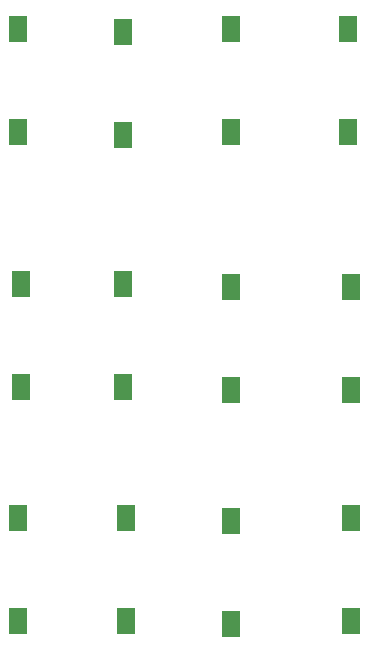
<source format=gtp>
G04 ---------------------------- Layer name :TOP PASTER LAYER*
G04 EasyEDA v5.4.11, Sat, 12 May 2018 19:29:08 GMT*
G04 dca06a4066c74d719eec436680ae0180*
G04 Gerber Generator version 0.2*
G04 Scale: 100 percent, Rotated: No, Reflected: No *
G04 Dimensions in inches *
G04 leading zeros omitted , absolute positions ,2 integer and 4 decimal *
%FSLAX24Y24*%
%MOIN*%
G90*
G70D02*

%ADD13R,0.060000X0.090000*%

%LPD*%
G54D13*
G01X47800Y25500D03*
G01X47800Y22055D03*
G01X51300Y25400D03*
G01X51300Y21955D03*
G01X54900Y25500D03*
G01X54900Y22055D03*
G01X58800Y25500D03*
G01X58800Y22055D03*
G01X47900Y17000D03*
G01X47900Y13555D03*
G01X51300Y17000D03*
G01X51300Y13555D03*
G01X54900Y16900D03*
G01X54900Y13455D03*
G01X58900Y16900D03*
G01X58900Y13455D03*
G01X47800Y9200D03*
G01X47800Y5755D03*
G01X51400Y9200D03*
G01X51400Y5755D03*
G01X54900Y9100D03*
G01X54900Y5655D03*
G01X58900Y9200D03*
G01X58900Y5755D03*
M00*
M02*

</source>
